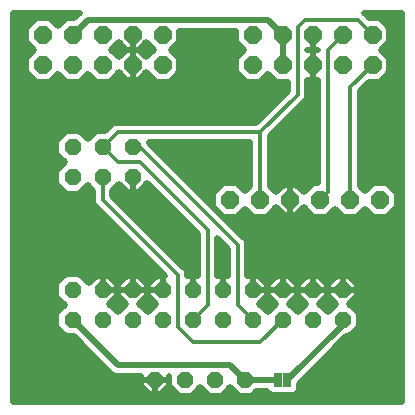
<source format=gbl>
G75*
%MOIN*%
%OFA0B0*%
%FSLAX25Y25*%
%IPPOS*%
%LPD*%
%AMOC8*
5,1,8,0,0,1.08239X$1,22.5*
%
%ADD10OC8,0.05600*%
%ADD11OC8,0.06000*%
%ADD12R,0.02500X0.05000*%
%ADD13OC8,0.05200*%
%ADD14C,0.01200*%
%ADD15C,0.02000*%
D10*
X0037000Y0056300D03*
X0037000Y0066300D03*
X0047000Y0066300D03*
X0047000Y0056300D03*
X0057000Y0056300D03*
X0057000Y0066300D03*
X0067000Y0066300D03*
X0067000Y0056300D03*
X0077000Y0056300D03*
X0077000Y0066300D03*
X0087000Y0066300D03*
X0087000Y0056300D03*
X0097000Y0056300D03*
X0097000Y0066300D03*
X0107000Y0066300D03*
X0107000Y0056300D03*
X0117000Y0056300D03*
X0117000Y0066300D03*
X0127000Y0066300D03*
X0127000Y0056300D03*
X0057000Y0103800D03*
X0057000Y0113800D03*
X0047000Y0113800D03*
X0047000Y0103800D03*
X0037000Y0103800D03*
X0037000Y0113800D03*
D11*
X0037000Y0141300D03*
X0037000Y0151300D03*
X0027000Y0151300D03*
X0027000Y0141300D03*
X0047000Y0141300D03*
X0047000Y0151300D03*
X0057000Y0151300D03*
X0057000Y0141300D03*
X0067000Y0141300D03*
X0067000Y0151300D03*
X0097000Y0151300D03*
X0097000Y0141300D03*
X0107000Y0141300D03*
X0107000Y0151300D03*
X0117000Y0151300D03*
X0117000Y0141300D03*
X0127000Y0141300D03*
X0127000Y0151300D03*
X0137000Y0151300D03*
X0137000Y0141300D03*
X0139500Y0096300D03*
X0129500Y0096300D03*
X0119500Y0096300D03*
X0109500Y0096300D03*
X0099500Y0096300D03*
X0089500Y0096300D03*
D12*
X0105400Y0036300D03*
X0108600Y0036300D03*
D13*
X0094500Y0036300D03*
X0084500Y0036300D03*
X0074500Y0036300D03*
X0064500Y0036300D03*
D14*
X0077000Y0048800D02*
X0099500Y0048800D01*
X0107000Y0056300D01*
X0097000Y0056300D02*
X0092000Y0061300D01*
X0092000Y0081300D01*
X0059500Y0113800D01*
X0057000Y0113800D01*
X0059500Y0108800D02*
X0052000Y0108800D01*
X0047000Y0113800D01*
X0052000Y0118800D01*
X0099500Y0118800D01*
X0112000Y0131300D01*
X0112000Y0153800D01*
X0114500Y0156300D01*
X0132000Y0156300D01*
X0137000Y0151300D01*
X0137000Y0141300D02*
X0129500Y0133800D01*
X0129500Y0096300D01*
X0122000Y0098800D02*
X0122000Y0146300D01*
X0127000Y0151300D01*
X0099500Y0118800D02*
X0099500Y0096300D01*
X0082000Y0086300D02*
X0082000Y0081300D01*
X0082000Y0061300D01*
X0077000Y0056300D01*
X0072000Y0053800D02*
X0072000Y0071300D01*
X0047000Y0096300D01*
X0047000Y0103800D01*
X0059500Y0108800D02*
X0082000Y0086300D01*
X0072000Y0053800D02*
X0077000Y0048800D01*
X0119500Y0096300D02*
X0122000Y0098800D01*
D15*
X0017100Y0158700D02*
X0017100Y0028900D01*
X0146900Y0028900D01*
X0146900Y0158700D01*
X0134125Y0158700D01*
X0134713Y0158113D01*
X0134713Y0158113D01*
X0135925Y0156900D01*
X0139320Y0156900D01*
X0142600Y0153620D01*
X0142600Y0148980D01*
X0139920Y0146300D01*
X0142600Y0143620D01*
X0142600Y0138980D01*
X0139320Y0135700D01*
X0135925Y0135700D01*
X0132700Y0132475D01*
X0132700Y0101020D01*
X0134500Y0099220D01*
X0137180Y0101900D01*
X0141820Y0101900D01*
X0145100Y0098620D01*
X0145100Y0093980D01*
X0141820Y0090700D01*
X0137180Y0090700D01*
X0134500Y0093380D01*
X0131820Y0090700D01*
X0127180Y0090700D01*
X0124500Y0093380D01*
X0121820Y0090700D01*
X0117180Y0090700D01*
X0114076Y0093805D01*
X0111571Y0091300D01*
X0109500Y0091300D01*
X0109500Y0096300D01*
X0109500Y0096300D01*
X0109500Y0101300D01*
X0111571Y0101300D01*
X0114076Y0098795D01*
X0117180Y0101900D01*
X0118800Y0101900D01*
X0118800Y0136300D01*
X0117000Y0136300D01*
X0117000Y0141300D01*
X0117000Y0141300D01*
X0117000Y0146300D01*
X0118800Y0146300D01*
X0118800Y0146300D01*
X0117000Y0146300D01*
X0117000Y0151300D01*
X0117000Y0151300D01*
X0117000Y0146300D01*
X0115200Y0146300D01*
X0115200Y0146300D01*
X0117000Y0146300D01*
X0117000Y0141300D01*
X0117000Y0141300D01*
X0117000Y0136300D01*
X0115200Y0136300D01*
X0115200Y0130663D01*
X0114713Y0129487D01*
X0113813Y0128587D01*
X0113813Y0128587D01*
X0102700Y0117475D01*
X0102700Y0101020D01*
X0104924Y0098795D01*
X0107429Y0101300D01*
X0109500Y0101300D01*
X0109500Y0096300D01*
X0109500Y0096300D01*
X0109500Y0091300D01*
X0107429Y0091300D01*
X0104924Y0093805D01*
X0101820Y0090700D01*
X0097180Y0090700D01*
X0094500Y0093380D01*
X0091820Y0090700D01*
X0087180Y0090700D01*
X0083900Y0093980D01*
X0083900Y0098620D01*
X0087180Y0101900D01*
X0091820Y0101900D01*
X0094500Y0099220D01*
X0096300Y0101020D01*
X0096300Y0115600D01*
X0062400Y0115600D01*
X0062400Y0115425D01*
X0093813Y0084013D01*
X0094713Y0083113D01*
X0095200Y0081937D01*
X0095200Y0071100D01*
X0097000Y0071100D01*
X0097000Y0066300D01*
X0097000Y0066300D01*
X0101800Y0066300D01*
X0101800Y0068288D01*
X0098988Y0071100D01*
X0097000Y0071100D01*
X0097000Y0066300D01*
X0097000Y0066300D01*
X0101800Y0066300D01*
X0101800Y0064312D01*
X0099188Y0061700D01*
X0099237Y0061700D01*
X0102000Y0058937D01*
X0104763Y0061700D01*
X0104812Y0061700D01*
X0102200Y0064312D01*
X0102200Y0066300D01*
X0107000Y0066300D01*
X0107000Y0066300D01*
X0107000Y0071100D01*
X0108988Y0071100D01*
X0111800Y0068288D01*
X0111800Y0066300D01*
X0107000Y0066300D01*
X0107000Y0066300D01*
X0107000Y0066300D01*
X0107000Y0071100D01*
X0105012Y0071100D01*
X0102200Y0068288D01*
X0102200Y0066300D01*
X0107000Y0066300D01*
X0111800Y0066300D01*
X0111800Y0064312D01*
X0109188Y0061700D01*
X0109237Y0061700D01*
X0112000Y0058937D01*
X0114763Y0061700D01*
X0114812Y0061700D01*
X0112200Y0064312D01*
X0112200Y0066300D01*
X0117000Y0066300D01*
X0117000Y0066300D01*
X0117000Y0071100D01*
X0118988Y0071100D01*
X0121800Y0068288D01*
X0121800Y0066300D01*
X0117000Y0066300D01*
X0117000Y0066300D01*
X0117000Y0066300D01*
X0117000Y0071100D01*
X0115012Y0071100D01*
X0112200Y0068288D01*
X0112200Y0066300D01*
X0117000Y0066300D01*
X0121800Y0066300D01*
X0121800Y0064312D01*
X0119188Y0061700D01*
X0119237Y0061700D01*
X0122000Y0058937D01*
X0124763Y0061700D01*
X0124812Y0061700D01*
X0122200Y0064312D01*
X0122200Y0066300D01*
X0127000Y0066300D01*
X0127000Y0066300D01*
X0127000Y0071100D01*
X0128988Y0071100D01*
X0131800Y0068288D01*
X0131800Y0066300D01*
X0127000Y0066300D01*
X0127000Y0066300D01*
X0127000Y0066300D01*
X0127000Y0071100D01*
X0125012Y0071100D01*
X0122200Y0068288D01*
X0122200Y0066300D01*
X0127000Y0066300D01*
X0131800Y0066300D01*
X0131800Y0064312D01*
X0129188Y0061700D01*
X0129237Y0061700D01*
X0132400Y0058537D01*
X0132400Y0054063D01*
X0129237Y0050900D01*
X0128291Y0050900D01*
X0112450Y0035059D01*
X0112450Y0033283D01*
X0112054Y0032327D01*
X0111323Y0031596D01*
X0110367Y0031200D01*
X0103633Y0031200D01*
X0102677Y0031596D01*
X0101946Y0032327D01*
X0101791Y0032700D01*
X0098254Y0032700D01*
X0096654Y0031100D01*
X0092346Y0031100D01*
X0089500Y0033946D01*
X0086654Y0031100D01*
X0082346Y0031100D01*
X0079500Y0033946D01*
X0076654Y0031100D01*
X0072346Y0031100D01*
X0069300Y0034146D01*
X0069300Y0037700D01*
X0069100Y0037700D01*
X0069100Y0036300D01*
X0064500Y0036300D01*
X0064500Y0036300D01*
X0064500Y0036300D01*
X0059900Y0036300D01*
X0059900Y0037700D01*
X0051284Y0037700D01*
X0049961Y0038248D01*
X0048948Y0039261D01*
X0037309Y0050900D01*
X0034763Y0050900D01*
X0031600Y0054063D01*
X0031600Y0058537D01*
X0034363Y0061300D01*
X0031600Y0064063D01*
X0031600Y0068537D01*
X0034763Y0071700D01*
X0039237Y0071700D01*
X0042400Y0068537D01*
X0042400Y0068488D01*
X0045012Y0071100D01*
X0047000Y0071100D01*
X0047000Y0066300D01*
X0047000Y0066300D01*
X0051800Y0066300D01*
X0051800Y0068288D01*
X0048988Y0071100D01*
X0047000Y0071100D01*
X0047000Y0066300D01*
X0047000Y0066300D01*
X0051800Y0066300D01*
X0051800Y0064312D01*
X0049188Y0061700D01*
X0049237Y0061700D01*
X0052000Y0058937D01*
X0054763Y0061700D01*
X0054812Y0061700D01*
X0052200Y0064312D01*
X0052200Y0066300D01*
X0057000Y0066300D01*
X0057000Y0066300D01*
X0057000Y0071100D01*
X0058988Y0071100D01*
X0061800Y0068288D01*
X0061800Y0066300D01*
X0057000Y0066300D01*
X0057000Y0066300D01*
X0057000Y0066300D01*
X0057000Y0071100D01*
X0055012Y0071100D01*
X0052200Y0068288D01*
X0052200Y0066300D01*
X0057000Y0066300D01*
X0061800Y0066300D01*
X0061800Y0064312D01*
X0059188Y0061700D01*
X0059237Y0061700D01*
X0062000Y0058937D01*
X0064763Y0061700D01*
X0064812Y0061700D01*
X0062200Y0064312D01*
X0062200Y0066300D01*
X0067000Y0066300D01*
X0067000Y0066300D01*
X0067000Y0071100D01*
X0067675Y0071100D01*
X0044287Y0094487D01*
X0043800Y0095663D01*
X0043800Y0099363D01*
X0042000Y0101163D01*
X0039237Y0098400D01*
X0034763Y0098400D01*
X0031600Y0101563D01*
X0031600Y0106037D01*
X0034363Y0108800D01*
X0031600Y0111563D01*
X0031600Y0116037D01*
X0034763Y0119200D01*
X0039237Y0119200D01*
X0042000Y0116437D01*
X0044763Y0119200D01*
X0047875Y0119200D01*
X0050187Y0121513D01*
X0051363Y0122000D01*
X0098175Y0122000D01*
X0108800Y0132625D01*
X0108800Y0135700D01*
X0104680Y0135700D01*
X0102000Y0138380D01*
X0099320Y0135700D01*
X0094680Y0135700D01*
X0091400Y0138980D01*
X0091400Y0143620D01*
X0094080Y0146300D01*
X0091400Y0148980D01*
X0091400Y0152700D01*
X0072600Y0152700D01*
X0072600Y0148980D01*
X0069920Y0146300D01*
X0072600Y0143620D01*
X0072600Y0138980D01*
X0069320Y0135700D01*
X0064680Y0135700D01*
X0061576Y0138805D01*
X0059071Y0136300D01*
X0057000Y0136300D01*
X0057000Y0141300D01*
X0057000Y0141300D01*
X0057000Y0146300D01*
X0059071Y0146300D01*
X0061576Y0143795D01*
X0064080Y0146300D01*
X0061576Y0148805D01*
X0059071Y0146300D01*
X0057000Y0146300D01*
X0057000Y0151300D01*
X0057000Y0151300D01*
X0057000Y0146300D01*
X0054929Y0146300D01*
X0052424Y0143795D01*
X0049920Y0146300D01*
X0052424Y0148805D01*
X0054929Y0146300D01*
X0057000Y0146300D01*
X0057000Y0141300D01*
X0057000Y0141300D01*
X0057000Y0136300D01*
X0054929Y0136300D01*
X0052424Y0138805D01*
X0049320Y0135700D01*
X0044680Y0135700D01*
X0042000Y0138380D01*
X0039320Y0135700D01*
X0034680Y0135700D01*
X0032000Y0138380D01*
X0029320Y0135700D01*
X0024680Y0135700D01*
X0021400Y0138980D01*
X0021400Y0143620D01*
X0024080Y0146300D01*
X0021400Y0148980D01*
X0021400Y0153620D01*
X0024680Y0156900D01*
X0029320Y0156900D01*
X0032000Y0154220D01*
X0034680Y0156900D01*
X0037509Y0156900D01*
X0038948Y0158339D01*
X0039309Y0158700D01*
X0017100Y0158700D01*
X0017100Y0158202D02*
X0038811Y0158202D01*
X0042000Y0156300D02*
X0102000Y0156300D01*
X0107000Y0151300D01*
X0107000Y0141300D01*
X0102164Y0138217D02*
X0101836Y0138217D01*
X0099838Y0136218D02*
X0104162Y0136218D01*
X0108800Y0134220D02*
X0017100Y0134220D01*
X0017100Y0136218D02*
X0024162Y0136218D01*
X0022164Y0138217D02*
X0017100Y0138217D01*
X0017100Y0140215D02*
X0021400Y0140215D01*
X0021400Y0142214D02*
X0017100Y0142214D01*
X0017100Y0144212D02*
X0021993Y0144212D01*
X0023991Y0146211D02*
X0017100Y0146211D01*
X0017100Y0148209D02*
X0022171Y0148209D01*
X0021400Y0150208D02*
X0017100Y0150208D01*
X0017100Y0152206D02*
X0021400Y0152206D01*
X0021985Y0154205D02*
X0017100Y0154205D01*
X0017100Y0156203D02*
X0023984Y0156203D01*
X0030016Y0156203D02*
X0033984Y0156203D01*
X0037000Y0151300D02*
X0042000Y0156300D01*
X0051829Y0148209D02*
X0053020Y0148209D01*
X0054840Y0146211D02*
X0050009Y0146211D01*
X0052007Y0144212D02*
X0052841Y0144212D01*
X0057000Y0144212D02*
X0057000Y0144212D01*
X0057000Y0142214D02*
X0057000Y0142214D01*
X0057000Y0140215D02*
X0057000Y0140215D01*
X0057000Y0138217D02*
X0057000Y0138217D01*
X0053012Y0138217D02*
X0051836Y0138217D01*
X0049838Y0136218D02*
X0064162Y0136218D01*
X0062164Y0138217D02*
X0060988Y0138217D01*
X0061159Y0144212D02*
X0061993Y0144212D01*
X0063991Y0146211D02*
X0059160Y0146211D01*
X0057000Y0146211D02*
X0057000Y0146211D01*
X0057000Y0148209D02*
X0057000Y0148209D01*
X0057000Y0150208D02*
X0057000Y0150208D01*
X0060980Y0148209D02*
X0062171Y0148209D01*
X0070009Y0146211D02*
X0093991Y0146211D01*
X0091993Y0144212D02*
X0072007Y0144212D01*
X0072600Y0142214D02*
X0091400Y0142214D01*
X0091400Y0140215D02*
X0072600Y0140215D01*
X0071836Y0138217D02*
X0092164Y0138217D01*
X0094162Y0136218D02*
X0069838Y0136218D01*
X0071829Y0148209D02*
X0092171Y0148209D01*
X0091400Y0150208D02*
X0072600Y0150208D01*
X0072600Y0152206D02*
X0091400Y0152206D01*
X0108396Y0132221D02*
X0017100Y0132221D01*
X0017100Y0130223D02*
X0106397Y0130223D01*
X0104399Y0128224D02*
X0017100Y0128224D01*
X0017100Y0126226D02*
X0102400Y0126226D01*
X0100402Y0124227D02*
X0017100Y0124227D01*
X0017100Y0122229D02*
X0098403Y0122229D01*
X0103457Y0118232D02*
X0118800Y0118232D01*
X0118800Y0120230D02*
X0105455Y0120230D01*
X0107454Y0122229D02*
X0118800Y0122229D01*
X0118800Y0124227D02*
X0109453Y0124227D01*
X0111451Y0126226D02*
X0118800Y0126226D01*
X0118800Y0128224D02*
X0113450Y0128224D01*
X0115017Y0130223D02*
X0118800Y0130223D01*
X0118800Y0132221D02*
X0115200Y0132221D01*
X0115200Y0134220D02*
X0118800Y0134220D01*
X0118800Y0136218D02*
X0115200Y0136218D01*
X0117000Y0138217D02*
X0117000Y0138217D01*
X0117000Y0140215D02*
X0117000Y0140215D01*
X0117000Y0142214D02*
X0117000Y0142214D01*
X0117000Y0144212D02*
X0117000Y0144212D01*
X0117000Y0146211D02*
X0117000Y0146211D01*
X0117000Y0148209D02*
X0117000Y0148209D01*
X0117000Y0150208D02*
X0117000Y0150208D01*
X0134445Y0134220D02*
X0146900Y0134220D01*
X0146900Y0136218D02*
X0139838Y0136218D01*
X0141836Y0138217D02*
X0146900Y0138217D01*
X0146900Y0140215D02*
X0142600Y0140215D01*
X0142600Y0142214D02*
X0146900Y0142214D01*
X0146900Y0144212D02*
X0142007Y0144212D01*
X0140009Y0146211D02*
X0146900Y0146211D01*
X0146900Y0148209D02*
X0141829Y0148209D01*
X0142600Y0150208D02*
X0146900Y0150208D01*
X0146900Y0152206D02*
X0142600Y0152206D01*
X0142015Y0154205D02*
X0146900Y0154205D01*
X0146900Y0156203D02*
X0140016Y0156203D01*
X0134624Y0158202D02*
X0146900Y0158202D01*
X0146900Y0132221D02*
X0132700Y0132221D01*
X0132700Y0130223D02*
X0146900Y0130223D01*
X0146900Y0128224D02*
X0132700Y0128224D01*
X0132700Y0126226D02*
X0146900Y0126226D01*
X0146900Y0124227D02*
X0132700Y0124227D01*
X0132700Y0122229D02*
X0146900Y0122229D01*
X0146900Y0120230D02*
X0132700Y0120230D01*
X0132700Y0118232D02*
X0146900Y0118232D01*
X0146900Y0116233D02*
X0132700Y0116233D01*
X0132700Y0114234D02*
X0146900Y0114234D01*
X0146900Y0112236D02*
X0132700Y0112236D01*
X0132700Y0110237D02*
X0146900Y0110237D01*
X0146900Y0108239D02*
X0132700Y0108239D01*
X0132700Y0106240D02*
X0146900Y0106240D01*
X0146900Y0104242D02*
X0132700Y0104242D01*
X0132700Y0102243D02*
X0146900Y0102243D01*
X0146900Y0100245D02*
X0143475Y0100245D01*
X0145100Y0098246D02*
X0146900Y0098246D01*
X0146900Y0096248D02*
X0145100Y0096248D01*
X0145100Y0094249D02*
X0146900Y0094249D01*
X0146900Y0092251D02*
X0143370Y0092251D01*
X0146900Y0090252D02*
X0087573Y0090252D01*
X0085630Y0092251D02*
X0085575Y0092251D01*
X0083900Y0094249D02*
X0083576Y0094249D01*
X0083900Y0096248D02*
X0081578Y0096248D01*
X0079579Y0098246D02*
X0083900Y0098246D01*
X0085525Y0100245D02*
X0077581Y0100245D01*
X0075582Y0102243D02*
X0096300Y0102243D01*
X0096300Y0104242D02*
X0073584Y0104242D01*
X0071585Y0106240D02*
X0096300Y0106240D01*
X0096300Y0108239D02*
X0069587Y0108239D01*
X0067588Y0110237D02*
X0096300Y0110237D01*
X0096300Y0112236D02*
X0065589Y0112236D01*
X0063591Y0114234D02*
X0096300Y0114234D01*
X0102700Y0114234D02*
X0118800Y0114234D01*
X0118800Y0112236D02*
X0102700Y0112236D01*
X0102700Y0110237D02*
X0118800Y0110237D01*
X0118800Y0108239D02*
X0102700Y0108239D01*
X0102700Y0106240D02*
X0118800Y0106240D01*
X0118800Y0104242D02*
X0102700Y0104242D01*
X0102700Y0102243D02*
X0118800Y0102243D01*
X0115525Y0100245D02*
X0112626Y0100245D01*
X0109500Y0100245D02*
X0109500Y0100245D01*
X0109500Y0098246D02*
X0109500Y0098246D01*
X0109500Y0096248D02*
X0109500Y0096248D01*
X0109500Y0094249D02*
X0109500Y0094249D01*
X0109500Y0092251D02*
X0109500Y0092251D01*
X0112522Y0092251D02*
X0115630Y0092251D01*
X0123370Y0092251D02*
X0125630Y0092251D01*
X0133370Y0092251D02*
X0135630Y0092251D01*
X0135525Y0100245D02*
X0133475Y0100245D01*
X0146900Y0088254D02*
X0089572Y0088254D01*
X0091570Y0086255D02*
X0146900Y0086255D01*
X0146900Y0084257D02*
X0093569Y0084257D01*
X0095067Y0082258D02*
X0146900Y0082258D01*
X0146900Y0080260D02*
X0095200Y0080260D01*
X0095200Y0078261D02*
X0146900Y0078261D01*
X0146900Y0076263D02*
X0095200Y0076263D01*
X0095200Y0074264D02*
X0146900Y0074264D01*
X0146900Y0072266D02*
X0095200Y0072266D01*
X0097000Y0070267D02*
X0097000Y0070267D01*
X0097000Y0068269D02*
X0097000Y0068269D01*
X0099821Y0070267D02*
X0104179Y0070267D01*
X0102200Y0068269D02*
X0101800Y0068269D01*
X0101800Y0066270D02*
X0102200Y0066270D01*
X0102240Y0064272D02*
X0101760Y0064272D01*
X0099761Y0062273D02*
X0104239Y0062273D01*
X0103338Y0060275D02*
X0100662Y0060275D01*
X0107000Y0068269D02*
X0107000Y0068269D01*
X0107000Y0070267D02*
X0107000Y0070267D01*
X0109821Y0070267D02*
X0114179Y0070267D01*
X0112200Y0068269D02*
X0111800Y0068269D01*
X0111800Y0066270D02*
X0112200Y0066270D01*
X0112240Y0064272D02*
X0111760Y0064272D01*
X0109761Y0062273D02*
X0114239Y0062273D01*
X0113338Y0060275D02*
X0110662Y0060275D01*
X0117000Y0068269D02*
X0117000Y0068269D01*
X0117000Y0070267D02*
X0117000Y0070267D01*
X0119821Y0070267D02*
X0124179Y0070267D01*
X0122200Y0068269D02*
X0121800Y0068269D01*
X0121800Y0066270D02*
X0122200Y0066270D01*
X0122240Y0064272D02*
X0121760Y0064272D01*
X0119761Y0062273D02*
X0124239Y0062273D01*
X0123338Y0060275D02*
X0120662Y0060275D01*
X0127000Y0056300D02*
X0127000Y0054700D01*
X0108600Y0036300D01*
X0105400Y0036300D02*
X0094500Y0036300D01*
X0089500Y0041300D01*
X0052000Y0041300D01*
X0037000Y0056300D01*
X0033338Y0060275D02*
X0017100Y0060275D01*
X0017100Y0062273D02*
X0033390Y0062273D01*
X0031600Y0064272D02*
X0017100Y0064272D01*
X0017100Y0066270D02*
X0031600Y0066270D01*
X0031600Y0068269D02*
X0017100Y0068269D01*
X0017100Y0070267D02*
X0033331Y0070267D01*
X0040669Y0070267D02*
X0044179Y0070267D01*
X0047000Y0070267D02*
X0047000Y0070267D01*
X0047000Y0068269D02*
X0047000Y0068269D01*
X0049821Y0070267D02*
X0054179Y0070267D01*
X0057000Y0070267D02*
X0057000Y0070267D01*
X0057000Y0068269D02*
X0057000Y0068269D01*
X0059821Y0070267D02*
X0064179Y0070267D01*
X0065012Y0071100D02*
X0062200Y0068288D01*
X0062200Y0066300D01*
X0067000Y0066300D01*
X0067000Y0066300D01*
X0067000Y0071100D01*
X0065012Y0071100D01*
X0066509Y0072266D02*
X0017100Y0072266D01*
X0017100Y0074264D02*
X0064510Y0074264D01*
X0062512Y0076263D02*
X0017100Y0076263D01*
X0017100Y0078261D02*
X0060513Y0078261D01*
X0058515Y0080260D02*
X0017100Y0080260D01*
X0017100Y0082258D02*
X0056516Y0082258D01*
X0054518Y0084257D02*
X0017100Y0084257D01*
X0017100Y0086255D02*
X0052519Y0086255D01*
X0050521Y0088254D02*
X0017100Y0088254D01*
X0017100Y0090252D02*
X0048522Y0090252D01*
X0046524Y0092251D02*
X0017100Y0092251D01*
X0017100Y0094249D02*
X0044525Y0094249D01*
X0043800Y0096248D02*
X0017100Y0096248D01*
X0017100Y0098246D02*
X0043800Y0098246D01*
X0042918Y0100245D02*
X0041082Y0100245D01*
X0032918Y0100245D02*
X0017100Y0100245D01*
X0017100Y0102243D02*
X0031600Y0102243D01*
X0031600Y0104242D02*
X0017100Y0104242D01*
X0017100Y0106240D02*
X0031804Y0106240D01*
X0033802Y0108239D02*
X0017100Y0108239D01*
X0017100Y0110237D02*
X0032926Y0110237D01*
X0031600Y0112236D02*
X0017100Y0112236D01*
X0017100Y0114234D02*
X0031600Y0114234D01*
X0031796Y0116233D02*
X0017100Y0116233D01*
X0017100Y0118232D02*
X0033795Y0118232D01*
X0040205Y0118232D02*
X0043795Y0118232D01*
X0048905Y0120230D02*
X0017100Y0120230D01*
X0029838Y0136218D02*
X0034162Y0136218D01*
X0032164Y0138217D02*
X0031836Y0138217D01*
X0039838Y0136218D02*
X0044162Y0136218D01*
X0042164Y0138217D02*
X0041836Y0138217D01*
X0057000Y0103800D02*
X0057000Y0103800D01*
X0057000Y0099000D01*
X0058988Y0099000D01*
X0061800Y0101812D01*
X0061800Y0101975D01*
X0078800Y0084975D01*
X0078800Y0071100D01*
X0077000Y0071100D01*
X0077000Y0066300D01*
X0077000Y0066300D01*
X0077000Y0071100D01*
X0075200Y0071100D01*
X0075200Y0071937D01*
X0074713Y0073113D01*
X0073813Y0074013D01*
X0050200Y0097625D01*
X0050200Y0099363D01*
X0052400Y0101563D01*
X0052400Y0101612D01*
X0055012Y0099000D01*
X0057000Y0099000D01*
X0057000Y0103800D01*
X0057000Y0102243D02*
X0057000Y0102243D01*
X0057000Y0100245D02*
X0057000Y0100245D01*
X0060233Y0100245D02*
X0063530Y0100245D01*
X0065528Y0098246D02*
X0050200Y0098246D01*
X0051082Y0100245D02*
X0053767Y0100245D01*
X0051578Y0096248D02*
X0067527Y0096248D01*
X0069525Y0094249D02*
X0053576Y0094249D01*
X0055575Y0092251D02*
X0071524Y0092251D01*
X0073522Y0090252D02*
X0057573Y0090252D01*
X0059572Y0088254D02*
X0075521Y0088254D01*
X0077519Y0086255D02*
X0061570Y0086255D01*
X0063569Y0084257D02*
X0078800Y0084257D01*
X0078800Y0082258D02*
X0065567Y0082258D01*
X0067566Y0080260D02*
X0078800Y0080260D01*
X0078800Y0078261D02*
X0069564Y0078261D01*
X0071563Y0076263D02*
X0078800Y0076263D01*
X0078800Y0074264D02*
X0073561Y0074264D01*
X0075064Y0072266D02*
X0078800Y0072266D01*
X0077000Y0070267D02*
X0077000Y0070267D01*
X0077000Y0068269D02*
X0077000Y0068269D01*
X0085200Y0071100D02*
X0085200Y0083575D01*
X0088800Y0079975D01*
X0088800Y0071100D01*
X0087000Y0071100D01*
X0087000Y0066300D01*
X0087000Y0066300D01*
X0087000Y0071100D01*
X0085200Y0071100D01*
X0085200Y0072266D02*
X0088800Y0072266D01*
X0088800Y0074264D02*
X0085200Y0074264D01*
X0085200Y0076263D02*
X0088800Y0076263D01*
X0088800Y0078261D02*
X0085200Y0078261D01*
X0085200Y0080260D02*
X0088515Y0080260D01*
X0086516Y0082258D02*
X0085200Y0082258D01*
X0087000Y0070267D02*
X0087000Y0070267D01*
X0087000Y0068269D02*
X0087000Y0068269D01*
X0067000Y0068269D02*
X0067000Y0068269D01*
X0067000Y0070267D02*
X0067000Y0070267D01*
X0062200Y0068269D02*
X0061800Y0068269D01*
X0061800Y0066270D02*
X0062200Y0066270D01*
X0062240Y0064272D02*
X0061760Y0064272D01*
X0059761Y0062273D02*
X0064239Y0062273D01*
X0063338Y0060275D02*
X0060662Y0060275D01*
X0054239Y0062273D02*
X0049761Y0062273D01*
X0050662Y0060275D02*
X0053338Y0060275D01*
X0052240Y0064272D02*
X0051760Y0064272D01*
X0051800Y0066270D02*
X0052200Y0066270D01*
X0052200Y0068269D02*
X0051800Y0068269D01*
X0037927Y0050282D02*
X0017100Y0050282D01*
X0017100Y0048284D02*
X0039925Y0048284D01*
X0041924Y0046285D02*
X0017100Y0046285D01*
X0017100Y0044287D02*
X0043922Y0044287D01*
X0045921Y0042288D02*
X0017100Y0042288D01*
X0017100Y0040290D02*
X0047919Y0040290D01*
X0049918Y0038291D02*
X0017100Y0038291D01*
X0017100Y0036293D02*
X0059900Y0036293D01*
X0059900Y0036300D02*
X0059900Y0034395D01*
X0062595Y0031700D01*
X0064500Y0031700D01*
X0066405Y0031700D01*
X0069100Y0034395D01*
X0069100Y0036300D01*
X0064500Y0036300D01*
X0064500Y0031700D01*
X0064500Y0036300D01*
X0064500Y0036300D01*
X0059900Y0036300D01*
X0060001Y0034294D02*
X0017100Y0034294D01*
X0017100Y0032296D02*
X0061999Y0032296D01*
X0064500Y0032296D02*
X0064500Y0032296D01*
X0064500Y0034294D02*
X0064500Y0034294D01*
X0064500Y0036293D02*
X0064500Y0036293D01*
X0067001Y0032296D02*
X0071151Y0032296D01*
X0069300Y0034294D02*
X0068999Y0034294D01*
X0069100Y0036293D02*
X0069300Y0036293D01*
X0077849Y0032296D02*
X0081151Y0032296D01*
X0087849Y0032296D02*
X0091151Y0032296D01*
X0097849Y0032296D02*
X0101978Y0032296D01*
X0112022Y0032296D02*
X0146900Y0032296D01*
X0146900Y0034294D02*
X0112450Y0034294D01*
X0113684Y0036293D02*
X0146900Y0036293D01*
X0146900Y0038291D02*
X0115682Y0038291D01*
X0117681Y0040290D02*
X0146900Y0040290D01*
X0146900Y0042288D02*
X0119679Y0042288D01*
X0121678Y0044287D02*
X0146900Y0044287D01*
X0146900Y0046285D02*
X0123676Y0046285D01*
X0125675Y0048284D02*
X0146900Y0048284D01*
X0146900Y0050282D02*
X0127673Y0050282D01*
X0130617Y0052281D02*
X0146900Y0052281D01*
X0146900Y0054279D02*
X0132400Y0054279D01*
X0132400Y0056278D02*
X0146900Y0056278D01*
X0146900Y0058276D02*
X0132400Y0058276D01*
X0130662Y0060275D02*
X0146900Y0060275D01*
X0146900Y0062273D02*
X0129761Y0062273D01*
X0131760Y0064272D02*
X0146900Y0064272D01*
X0146900Y0066270D02*
X0131800Y0066270D01*
X0131800Y0068269D02*
X0146900Y0068269D01*
X0146900Y0070267D02*
X0129821Y0070267D01*
X0127000Y0070267D02*
X0127000Y0070267D01*
X0127000Y0068269D02*
X0127000Y0068269D01*
X0106478Y0092251D02*
X0103370Y0092251D01*
X0103475Y0100245D02*
X0106374Y0100245D01*
X0095525Y0100245D02*
X0093475Y0100245D01*
X0093370Y0092251D02*
X0095630Y0092251D01*
X0102700Y0116233D02*
X0118800Y0116233D01*
X0146900Y0030297D02*
X0017100Y0030297D01*
X0017100Y0052281D02*
X0033383Y0052281D01*
X0031600Y0054279D02*
X0017100Y0054279D01*
X0017100Y0056278D02*
X0031600Y0056278D01*
X0031600Y0058276D02*
X0017100Y0058276D01*
M02*

</source>
